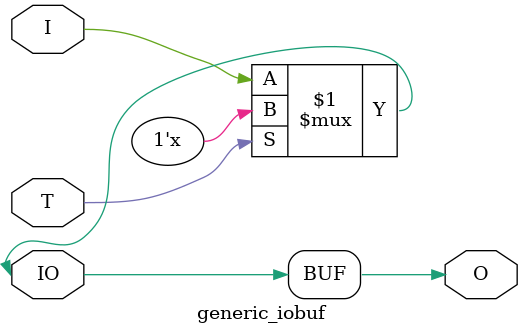
<source format=v>
module generic_iobuf (
output O, 
inout  IO, 
input  I, 
input  T        
);
assign O  = IO;
assign IO = T ? 1'bz : I;
endmodule
</source>
